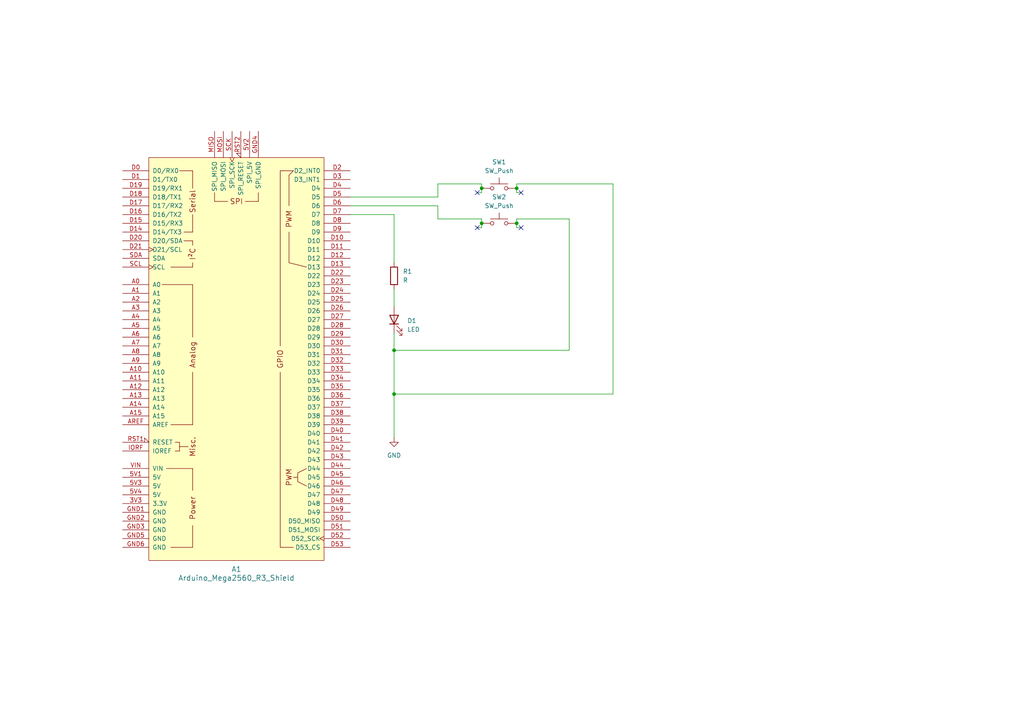
<source format=kicad_sch>
(kicad_sch (version 20250114) (generator "eeschema") (generator_version "9.0")
  (paper "A4")
  (lib_symbols
    (symbol "Device:LED" (pin_numbers (hide yes)) (pin_names (offset 1.016) (hide yes))
      (property "Reference" "D" (at 0 2.54 0))
      (property "Value" "LED" (at 0 -2.54 0))
      (symbol "LED_0_1"
        (polyline (pts (xy -3.048 -0.762) (xy -4.572 -2.286) (xy -3.81 -2.286) (xy -4.572 -2.286) (xy -4.572 -1.524)))
        (polyline (pts (xy -1.778 -0.762) (xy -3.302 -2.286) (xy -2.54 -2.286) (xy -3.302 -2.286) (xy -3.302 -1.524)))
        (polyline (pts (xy -1.27 0) (xy 1.27 0)))
        (polyline (pts (xy -1.27 -1.27) (xy -1.27 1.27)) (stroke (width 0.254)))
        (polyline (pts (xy 1.27 -1.27) (xy 1.27 1.27) (xy -1.27 0) (xy 1.27 -1.27)) (stroke (width 0.254)))
      )
      (symbol "LED_1_1"
        (pin passive line (at -3.81 0 0) (length 2.54) (name "K") (number "1"))
        (pin passive line (at 3.81 0 180) (length 2.54) (name "A") (number "2"))
      )
    )
    (symbol "Device:R" (pin_numbers (hide yes)) (pin_names (offset 0))
      (property "Reference" "R" (at 2.032 0 90))
      (property "Value" "R" (at 0 0 90))
      (symbol "R_0_1"
        (rectangle (start -1.016 -2.54) (end 1.016 2.54) (stroke (width 0.254)))
      )
      (symbol "R_1_1"
        (pin passive line (at 0 3.81 270) (length 1.27) (name "~") (number "1"))
        (pin passive line (at 0 -3.81 90) (length 1.27) (name "~") (number "2"))
      )
    )
    (symbol "PCM_arduino-library:Arduino_Mega2560_R3_Shield" (pin_names (offset 1.016))
      (property "Reference" "A" (at 0 -62.23 0))
      (property "Value" "Arduino_Mega2560_R3_Shield" (at 0 -66.04 0))
      (symbol "Arduino_Mega2560_R3_Shield_0_0"
        (rectangle (start -25.4 -58.42) (end 25.4 58.42) (fill (type background)))
        (polyline (pts (xy -21.59 21.59) (xy -12.7 21.59)))
        (rectangle (start -20.32 -31.75) (end -12.7 -31.75))
        (rectangle (start -19.05 26.67) (end -12.7 26.67))
        (rectangle (start -19.05 -19.05) (end -12.7 -19.05))
        (rectangle (start -19.05 -54.61) (end -12.7 -54.61))
        (rectangle (start -17.78 -24.13) (end -16.51 -24.13))
        (rectangle (start -17.78 -26.67) (end -16.51 -26.67))
        (rectangle (start -16.51 54.61) (end -12.7 54.61))
        (rectangle (start -16.51 -24.13) (end -16.51 -26.67))
        (rectangle (start -16.51 -25.4) (end -13.97 -25.4))
        (rectangle (start -15.24 36.83) (end -12.7 36.83))
        (rectangle (start -15.24 34.29) (end -12.7 34.29))
        (rectangle (start -12.7 49.53) (end -12.7 54.61))
        (rectangle (start -12.7 41.91) (end -12.7 36.83))
        (rectangle (start -12.7 34.29) (end -12.7 33.02))
        (rectangle (start -12.7 26.67) (end -12.7 27.94))
        (polyline (pts (xy -12.7 6.35) (xy -12.7 21.59)))
        (polyline (pts (xy -12.7 -19.05) (xy -12.7 -3.81)))
        (rectangle (start -12.7 -31.75) (end -12.7 -38.1))
        (rectangle (start -12.7 -54.61) (end -12.7 -48.26))
        (rectangle (start -6.35 48.26) (end -6.35 45.72))
        (rectangle (start -2.54 45.72) (end -6.35 45.72))
        (rectangle (start 6.35 48.26) (end 6.35 45.72))
        (rectangle (start 6.35 45.72) (end 2.54 45.72))
        (polyline (pts (xy 12.7 54.61) (xy 16.51 54.61)))
        (polyline (pts (xy 12.7 -54.61) (xy 16.51 -54.61)))
        (polyline (pts (xy 15.24 44.45) (xy 15.24 53.34) (xy 16.51 54.61)))
        (polyline (pts (xy 15.24 36.83) (xy 15.24 27.94) (xy 20.32 26.67)))
        (polyline (pts (xy 17.78 -34.29) (xy 16.51 -34.29)))
        (polyline (pts (xy 20.32 -31.75) (xy 17.78 -33.02) (xy 17.78 -35.56) (xy 20.32 -36.83)))
        (text "Serial" (at -12.7 45.72 900) (effects (font (size 1.524 1.524))))
        (text "I²C" (at -12.7 30.48 900) (effects (font (size 1.524 1.524))))
        (text "Analog" (at -12.7 1.27 900) (effects (font (size 1.524 1.524))))
        (text "Misc." (at -12.7 -25.4 900) (effects (font (size 1.524 1.524))))
        (text "Power" (at -12.7 -43.18 900) (effects (font (size 1.524 1.524))))
        (text "SPI" (at 0 45.72 0) (effects (font (size 1.524 1.524))))
        (text "PWM" (at 15.24 40.64 900) (effects (font (size 1.524 1.524))))
        (text "PWM" (at 15.24 -34.29 900) (effects (font (size 1.524 1.524))))
      )
      (symbol "Arduino_Mega2560_R3_Shield_1_0"
        (rectangle (start 12.7 54.61) (end 12.7 3.81))
        (rectangle (start 12.7 -54.61) (end 12.7 -3.81))
        (text "GPIO" (at 12.7 0 900) (effects (font (size 1.524 1.524))))
      )
      (symbol "Arduino_Mega2560_R3_Shield_1_1"
        (pin bidirectional line (at -33.02 54.61 0) (length 7.62) (name "D0/RX0") (number "D0"))
        (pin bidirectional line (at -33.02 52.07 0) (length 7.62) (name "D1/TX0") (number "D1"))
        (pin bidirectional line (at -33.02 49.53 0) (length 7.62) (name "D19/RX1") (number "D19"))
        (pin bidirectional line (at -33.02 46.99 0) (length 7.62) (name "D18/TX1") (number "D18"))
        (pin bidirectional line (at -33.02 44.45 0) (length 7.62) (name "D17/RX2") (number "D17"))
        (pin bidirectional line (at -33.02 41.91 0) (length 7.62) (name "D16/TX2") (number "D16"))
        (pin bidirectional line (at -33.02 39.37 0) (length 7.62) (name "D15/RX3") (number "D15"))
        (pin bidirectional line (at -33.02 36.83 0) (length 7.62) (name "D14/TX3") (number "D14"))
        (pin bidirectional line (at -33.02 34.29 0) (length 7.62) (name "D20/SDA") (number "D20"))
        (pin bidirectional clock (at -33.02 31.75 0) (length 7.62) (name "D21/SCL") (number "D21"))
        (pin bidirectional line (at -33.02 29.21 0) (length 7.62) (name "SDA") (number "SDA"))
        (pin bidirectional clock (at -33.02 26.67 0) (length 7.62) (name "SCL") (number "SCL"))
        (pin bidirectional line (at -33.02 21.59 0) (length 7.62) (name "A0") (number "A0"))
        (pin bidirectional line (at -33.02 19.05 0) (length 7.62) (name "A1") (number "A1"))
        (pin bidirectional line (at -33.02 16.51 0) (length 7.62) (name "A2") (number "A2"))
        (pin bidirectional line (at -33.02 13.97 0) (length 7.62) (name "A3") (number "A3"))
        (pin bidirectional line (at -33.02 11.43 0) (length 7.62) (name "A4") (number "A4"))
        (pin bidirectional line (at -33.02 8.89 0) (length 7.62) (name "A5") (number "A5"))
        (pin bidirectional line (at -33.02 6.35 0) (length 7.62) (name "A6") (number "A6"))
        (pin bidirectional line (at -33.02 3.81 0) (length 7.62) (name "A7") (number "A7"))
        (pin bidirectional line (at -33.02 1.27 0) (length 7.62) (name "A8") (number "A8"))
        (pin bidirectional line (at -33.02 -1.27 0) (length 7.62) (name "A9") (number "A9"))
        (pin bidirectional line (at -33.02 -3.81 0) (length 7.62) (name "A10") (number "A10"))
        (pin bidirectional line (at -33.02 -6.35 0) (length 7.62) (name "A11") (number "A11"))
        (pin bidirectional line (at -33.02 -8.89 0) (length 7.62) (name "A12") (number "A12"))
        (pin bidirectional line (at -33.02 -11.43 0) (length 7.62) (name "A13") (number "A13"))
        (pin bidirectional line (at -33.02 -13.97 0) (length 7.62) (name "A14") (number "A14"))
        (pin bidirectional line (at -33.02 -16.51 0) (length 7.62) (name "A15") (number "A15"))
        (pin input line (at -33.02 -19.05 0) (length 7.62) (name "AREF") (number "AREF"))
        (pin open_collector input_low (at -33.02 -24.13 0) (length 7.62) (name "RESET") (number "RST1"))
        (pin output line (at -33.02 -26.67 0) (length 7.62) (name "IOREF") (number "IORF"))
        (pin power_in line (at -33.02 -31.75 0) (length 7.62) (name "VIN") (number "VIN"))
        (pin power_in line (at -33.02 -34.29 0) (length 7.62) (name "5V") (number "5V1"))
        (pin power_in line (at -33.02 -36.83 0) (length 7.62) (name "5V") (number "5V3"))
        (pin power_in line (at -33.02 -39.37 0) (length 7.62) (name "5V") (number "5V4"))
        (pin power_out line (at -33.02 -41.91 0) (length 7.62) (name "3.3V") (number "3V3"))
        (pin power_in line (at -33.02 -44.45 0) (length 7.62) (name "GND") (number "GND1"))
        (pin power_in line (at -33.02 -46.99 0) (length 7.62) (name "GND") (number "GND2"))
        (pin power_in line (at -33.02 -49.53 0) (length 7.62) (name "GND") (number "GND3"))
        (pin power_in line (at -33.02 -52.07 0) (length 7.62) (name "GND") (number "GND5"))
        (pin power_in line (at -33.02 -54.61 0) (length 7.62) (name "GND") (number "GND6"))
        (pin input line (at -6.35 66.04 270) (length 7.62) (name "SPI_MISO") (number "MISO"))
        (pin output line (at -3.81 66.04 270) (length 7.62) (name "SPI_MOSI") (number "MOSI"))
        (pin output clock (at -1.27 66.04 270) (length 7.62) (name "SPI_SCK") (number "SCK"))
        (pin open_collector input_low (at 1.27 66.04 270) (length 7.62) (name "SPI_RESET") (number "RST2"))
        (pin power_in line (at 3.81 66.04 270) (length 7.62) (name "SPI_5V") (number "5V2"))
        (pin power_in line (at 6.35 66.04 270) (length 7.62) (name "SPI_GND") (number "GND4"))
        (pin bidirectional line (at 33.02 54.61 180) (length 7.62) (name "D2_INT0") (number "D2"))
        (pin bidirectional line (at 33.02 52.07 180) (length 7.62) (name "D3_INT1") (number "D3"))
        (pin bidirectional line (at 33.02 49.53 180) (length 7.62) (name "D4") (number "D4"))
        (pin bidirectional line (at 33.02 46.99 180) (length 7.62) (name "D5") (number "D5"))
        (pin bidirectional line (at 33.02 44.45 180) (length 7.62) (name "D6") (number "D6"))
        (pin bidirectional line (at 33.02 41.91 180) (length 7.62) (name "D7") (number "D7"))
        (pin bidirectional line (at 33.02 39.37 180) (length 7.62) (name "D8") (number "D8"))
        (pin bidirectional line (at 33.02 36.83 180) (length 7.62) (name "D9") (number "D9"))
        (pin bidirectional line (at 33.02 34.29 180) (length 7.62) (name "D10") (number "D10"))
        (pin bidirectional line (at 33.02 31.75 180) (length 7.62) (name "D11") (number "D11"))
        (pin bidirectional line (at 33.02 29.21 180) (length 7.62) (name "D12") (number "D12"))
        (pin bidirectional line (at 33.02 26.67 180) (length 7.62) (name "D13") (number "D13"))
        (pin bidirectional line (at 33.02 24.13 180) (length 7.62) (name "D22") (number "D22"))
        (pin bidirectional line (at 33.02 21.59 180) (length 7.62) (name "D23") (number "D23"))
        (pin bidirectional line (at 33.02 19.05 180) (length 7.62) (name "D24") (number "D24"))
        (pin bidirectional line (at 33.02 16.51 180) (length 7.62) (name "D25") (number "D25"))
        (pin bidirectional line (at 33.02 13.97 180) (length 7.62) (name "D26") (number "D26"))
        (pin bidirectional line (at 33.02 11.43 180) (length 7.62) (name "D27") (number "D27"))
        (pin bidirectional line (at 33.02 8.89 180) (length 7.62) (name "D28") (number "D28"))
        (pin bidirectional line (at 33.02 6.35 180) (length 7.62) (name "D29") (number "D29"))
        (pin bidirectional line (at 33.02 3.81 180) (length 7.62) (name "D30") (number "D30"))
        (pin bidirectional line (at 33.02 1.27 180) (length 7.62) (name "D31") (number "D31"))
        (pin bidirectional line (at 33.02 -1.27 180) (length 7.62) (name "D32") (number "D32"))
        (pin bidirectional line (at 33.02 -3.81 180) (length 7.62) (name "D33") (number "D33"))
        (pin bidirectional line (at 33.02 -6.35 180) (length 7.62) (name "D34") (number "D34"))
        (pin bidirectional line (at 33.02 -8.89 180) (length 7.62) (name "D35") (number "D35"))
        (pin bidirectional line (at 33.02 -11.43 180) (length 7.62) (name "D36") (number "D36"))
        (pin bidirectional line (at 33.02 -13.97 180) (length 7.62) (name "D37") (number "D37"))
        (pin bidirectional line (at 33.02 -16.51 180) (length 7.62) (name "D38") (number "D38"))
        (pin bidirectional line (at 33.02 -19.05 180) (length 7.62) (name "D39") (number "D39"))
        (pin bidirectional line (at 33.02 -21.59 180) (length 7.62) (name "D40") (number "D40"))
        (pin bidirectional line (at 33.02 -24.13 180) (length 7.62) (name "D41") (number "D41"))
        (pin bidirectional line (at 33.02 -26.67 180) (length 7.62) (name "D42") (number "D42"))
        (pin bidirectional line (at 33.02 -29.21 180) (length 7.62) (name "D43") (number "D43"))
        (pin bidirectional line (at 33.02 -31.75 180) (length 7.62) (name "D44") (number "D44"))
        (pin bidirectional line (at 33.02 -34.29 180) (length 7.62) (name "D45") (number "D45"))
        (pin bidirectional line (at 33.02 -36.83 180) (length 7.62) (name "D46") (number "D46"))
        (pin bidirectional line (at 33.02 -39.37 180) (length 7.62) (name "D47") (number "D47"))
        (pin bidirectional line (at 33.02 -41.91 180) (length 7.62) (name "D48") (number "D48"))
        (pin bidirectional line (at 33.02 -44.45 180) (length 7.62) (name "D49") (number "D49"))
        (pin bidirectional line (at 33.02 -46.99 180) (length 7.62) (name "D50_MISO") (number "D50"))
        (pin bidirectional line (at 33.02 -49.53 180) (length 7.62) (name "D51_MOSI") (number "D51"))
        (pin bidirectional clock (at 33.02 -52.07 180) (length 7.62) (name "D52_SCK") (number "D52"))
        (pin bidirectional line (at 33.02 -54.61 180) (length 7.62) (name "D53_CS") (number "D53"))
      )
    )
    (symbol "Switch:SW_Push" (pin_numbers (hide yes)) (pin_names (offset 1.016) (hide yes))
      (property "Reference" "SW" (at 1.27 2.54 0))
      (property "Value" "SW_Push" (at 0 -1.524 0))
      (symbol "SW_Push_0_1"
        (circle (center -2.032 0) (radius 0.508))
        (polyline (pts (xy 0 1.27) (xy 0 3.048)))
        (circle (center 2.032 0) (radius 0.508))
        (polyline (pts (xy 2.54 1.27) (xy -2.54 1.27)))
        (pin passive line (at -5.08 0 0) (length 2.54) (name "1") (number "1"))
        (pin passive line (at 5.08 0 180) (length 2.54) (name "2") (number "2"))
      )
    )
    (symbol "power:GND" (power) (pin_numbers (hide yes)) (pin_names (offset 0) (hide yes))
      (property "Value" "GND" (at 0 -3.81 0))
      (symbol "GND_0_1"
        (polyline (pts (xy 0 0) (xy 0 -1.27) (xy 1.27 -1.27) (xy 0 -2.54) (xy -1.27 -1.27) (xy 0 -1.27)))
      )
      (symbol "GND_1_1"
        (pin power_in line (at 0 0 270) (length 0) (name "~") (number "1"))
      )
    )
  )
  (junction (at 114.3 101.6))
  (junction (at 149.86 64.77))
  (junction (at 114.3 114.3))
  (junction (at 139.7 54.61))
  (junction (at 149.86 54.61))
  (junction (at 139.7 64.77))
  (no_connect (at 151.13 66.04))
  (no_connect (at 138.43 55.88))
  (no_connect (at 151.13 55.88))
  (no_connect (at 138.43 66.04))
  (wire (pts (xy 127 63.5) (xy 139.7 63.5)))
  (wire (pts (xy 149.86 55.88) (xy 151.13 55.88)))
  (wire (pts (xy 114.3 114.3) (xy 177.8 114.3)))
  (wire (pts (xy 114.3 101.6) (xy 114.3 114.3)))
  (wire (pts (xy 138.43 55.88) (xy 139.7 55.88)))
  (wire (pts (xy 114.3 114.3) (xy 114.3 127)))
  (wire (pts (xy 149.86 66.04) (xy 151.13 66.04)))
  (wire (pts (xy 149.86 64.77) (xy 149.86 66.04)))
  (wire (pts (xy 139.7 63.5) (xy 139.7 64.77)))
  (wire (pts (xy 127 53.34) (xy 139.7 53.34)))
  (wire (pts (xy 139.7 64.77) (xy 139.7 66.04)))
  (wire (pts (xy 139.7 54.61) (xy 139.7 55.88)))
  (wire (pts (xy 149.86 64.77) (xy 149.86 63.5)))
  (wire (pts (xy 114.3 96.52) (xy 114.3 101.6)))
  (wire (pts (xy 138.43 66.04) (xy 139.7 66.04)))
  (wire (pts (xy 114.3 62.23) (xy 114.3 76.2)))
  (wire (pts (xy 149.86 54.61) (xy 149.86 53.34)))
  (wire (pts (xy 165.1 63.5) (xy 165.1 101.6)))
  (wire (pts (xy 149.86 63.5) (xy 165.1 63.5)))
  (wire (pts (xy 127 57.15) (xy 127 53.34)))
  (wire (pts (xy 127 63.5) (xy 127 59.69)))
  (wire (pts (xy 114.3 83.82) (xy 114.3 88.9)))
  (wire (pts (xy 177.8 114.3) (xy 177.8 53.34)))
  (wire (pts (xy 101.6 62.23) (xy 114.3 62.23)))
  (wire (pts (xy 149.86 54.61) (xy 149.86 55.88)))
  (wire (pts (xy 139.7 54.61) (xy 139.7 53.34)))
  (wire (pts (xy 101.6 57.15) (xy 127 57.15)))
  (wire (pts (xy 114.3 101.6) (xy 165.1 101.6)))
  (wire (pts (xy 149.86 53.34) (xy 177.8 53.34)))
  (wire (pts (xy 101.6 59.69) (xy 127 59.69)))
  (symbol (lib_id "Device:R") (at 114.3 80.01 0) (unit 1)
    (property "Reference" "R1" (at 116.84 78.7399 0) (effects (justify left)))
    (property "Value" "R" (at 116.84 81.2799 0) (effects (justify left)))
    (property "Description" "Resistor" (effects (hide yes)))
  )
  (symbol (lib_id "Device:LED") (at 114.3 92.71 90) (unit 1)
    (property "Reference" "D1" (at 118.11 93.0274 90) (effects (justify right)))
    (property "Value" "LED" (at 118.11 95.5674 90) (effects (justify right)))
    (property "Description" "Light emitting diode" (effects (hide yes)))
    (property "Sim.Pins" "1=K 2=A" (effects (hide yes)))
  )
  (symbol (lib_id "Switch:SW_Push") (at 144.78 54.61 0) (unit 1)
    (property "Reference" "SW1" (at 144.78 46.99 0))
    (property "Value" "SW_Push" (at 144.78 49.53 0))
    (property "Description" "Push button switch, generic, two pins" (effects (hide yes)))
  )
  (symbol (lib_id "PCM_arduino-library:Arduino_Mega2560_R3_Shield") (at 68.58 104.14 0) (unit 1)
    (property "Reference" "A1" (at 68.58 165.1 0) (effects (font (size 1.524 1.524))))
    (property "Value" "Arduino_Mega2560_R3_Shield" (at 68.58 167.64 0) (effects (font (size 1.524 1.524))))
    (property "Footprint" "PCM_arduino-library:Arduino_Mega2560_R3_Shield" (effects (hide yes)))
    (property "Datasheet" "https://docs.arduino.cc/hardware/mega-2560" (effects (hide yes)))
    (property "Description" "Shield for Arduino Mega 2560 R3" (effects (hide yes)))
  )
  (symbol (lib_id "power:GND") (at 114.3 127 0) (unit 1)
    (property "Reference" "#PWR01" (effects (hide yes)))
    (property "Value" "GND" (at 114.3 132.08 0))
    (property "Description" "Power symbol creates a global label with name \"GND\" , ground" (effects (hide yes)))
  )
  (symbol (lib_id "Switch:SW_Push") (at 144.78 64.77 0) (unit 1)
    (property "Reference" "SW2" (at 144.78 57.15 0))
    (property "Value" "SW_Push" (at 144.78 59.69 0))
    (property "Description" "Push button switch, generic, two pins" (effects (hide yes)))
  )
)
</source>
